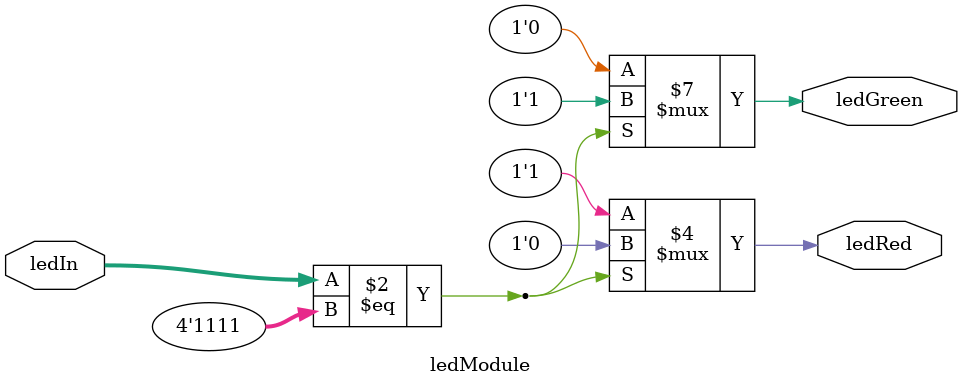
<source format=v>


module ledModule(ledIn, ledGreen, ledRed);	
  input [3:0] ledIn;
  output ledGreen, ledRed;
  reg ledGreen, ledRed;

  always @ (ledIn)
  begin
    if(ledIn == 4'b1111)
      begin
	ledGreen  = 1;
	ledRed = 0;
      end
    else
      begin
	ledGreen  = 0;
	ledRed = 1;
      end
  end

endmodule
 
</source>
